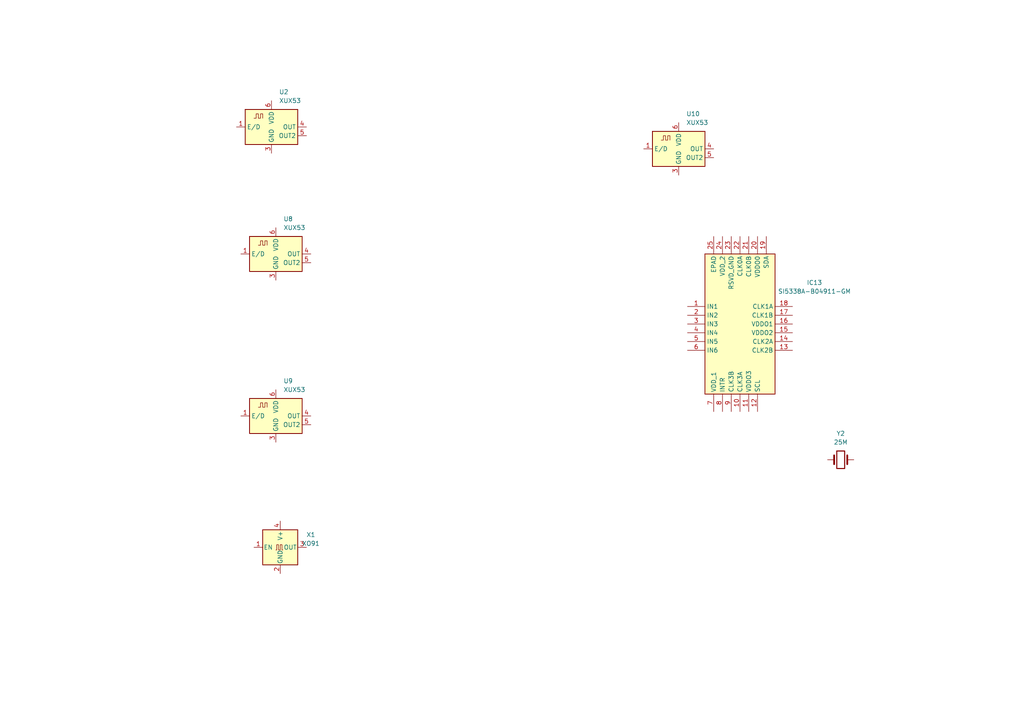
<source format=kicad_sch>
(kicad_sch (version 20231120) (generator "eeschema") (generator_version "8.0")
  (paper "A4")
  (lib_symbols
    (symbol "Device:Crystal" (pin_numbers hide) (pin_names (offset 1.016) hide)
      (property "Reference" "Y" (at 0 3.81 0))
      (property "Value" "Crystal" (at 0 -3.81 0))
      (symbol "Crystal_0_1"
        (rectangle (start -1.143 2.54) (end 1.143 -2.54) (stroke (width 0.3048)))
        (polyline (pts (xy -2.54 0) (xy -1.905 0)))
        (polyline (pts (xy -1.905 -1.27) (xy -1.905 1.27)) (stroke (width 0.508)))
        (polyline (pts (xy 1.905 -1.27) (xy 1.905 1.27)) (stroke (width 0.508)))
        (polyline (pts (xy 2.54 0) (xy 1.905 0)))
      )
      (symbol "Crystal_1_1"
        (pin passive line (at -3.81 0 0) (length 1.27) (name "1") (number "1"))
        (pin passive line (at 3.81 0 180) (length 1.27) (name "2") (number "2"))
      )
    )
    (symbol "Oscillator:XO91" (pin_names (offset 0.254))
      (property "Reference" "X" (at -5.08 6.35 0))
      (property "Value" "XO91" (at 1.27 -6.35 0))
      (symbol "XO91_0_1"
        (rectangle (start -5.08 5.08) (end 5.08 -5.08) (stroke (width 0.254)) (fill (type background)))
        (polyline (pts (xy 0.762 -0.762) (xy 0.508 -0.762) (xy 0.508 0.762) (xy 0 0.762) (xy 0 -0.762) (xy -0.508 -0.762) (xy -0.508 0.762) (xy -1.016 0.762) (xy -1.016 -0.762) (xy -1.27 -0.762)))
      )
      (symbol "XO91_1_1"
        (pin input line (at -7.62 0 0) (length 2.54) (name "EN") (number "1"))
        (pin power_in line (at 0 -7.62 90) (length 2.54) (name "GND") (number "2"))
        (pin output line (at 7.62 0 180) (length 2.54) (name "OUT") (number "3"))
        (pin power_in line (at 0 7.62 270) (length 2.54) (name "V+") (number "4"))
      )
    )
    (symbol "Oscillator:XUX53"
      (property "Reference" "U" (at -6.35 6.35 0))
      (property "Value" "XUX53" (at 5.08 6.35 0))
      (symbol "XUX53_0_1"
        (rectangle (start -7.62 5.08) (end 7.62 -5.08) (stroke (width 0.254)) (fill (type background)))
        (polyline (pts (xy -5.08 2.54) (xy -4.445 2.54) (xy -4.445 3.81) (xy -3.81 3.81) (xy -3.81 2.54) (xy -3.175 2.54) (xy -3.175 3.81) (xy -2.54 3.81) (xy -2.54 2.54)))
      )
      (symbol "XUX53_1_1"
        (pin input line (at -10.16 0 0) (length 2.54) (name "E/D") (number "1"))
        (pin no_connect line (at -7.62 -2.54 0) (length 2.54) hide (name "NC") (number "2"))
        (pin power_in line (at 0 -7.62 90) (length 2.54) (name "GND") (number "3"))
        (pin output line (at 10.16 0 180) (length 2.54) (name "OUT") (number "4"))
        (pin output line (at 10.16 -2.54 180) (length 2.54) (name "OUT2") (number "5"))
        (pin power_in line (at 0 7.62 270) (length 2.54) (name "VDD") (number "6"))
      )
    )
    (symbol "SamacSys_Parts:SI5338A-B04911-GM"
      (property "Reference" "IC" (at 26.67 20.32 0))
      (property "Value" "SI5338A-B04911-GM" (at 26.67 17.78 0))
      (symbol "SI5338A-B04911-GM_1_1"
        (rectangle (start 5.08 15.24) (end 25.4 -25.4) (stroke (width 0.254)) (fill (type background)))
        (pin passive line (at 0 0 0) (length 5.08) (name "IN1") (number "1"))
        (pin passive line (at 15.24 -30.48 90) (length 5.08) (name "CLK3A") (number "10"))
        (pin passive line (at 17.78 -30.48 90) (length 5.08) (name "VDDO3") (number "11"))
        (pin passive line (at 20.32 -30.48 90) (length 5.08) (name "SCL") (number "12"))
        (pin passive line (at 30.48 -12.7 180) (length 5.08) (name "CLK2B") (number "13"))
        (pin passive line (at 30.48 -10.16 180) (length 5.08) (name "CLK2A") (number "14"))
        (pin passive line (at 30.48 -7.62 180) (length 5.08) (name "VDDO2") (number "15"))
        (pin passive line (at 30.48 -5.08 180) (length 5.08) (name "VDDO1") (number "16"))
        (pin passive line (at 30.48 -2.54 180) (length 5.08) (name "CLK1B") (number "17"))
        (pin passive line (at 30.48 0 180) (length 5.08) (name "CLK1A") (number "18"))
        (pin passive line (at 22.86 20.32 270) (length 5.08) (name "SDA") (number "19"))
        (pin passive line (at 0 -2.54 0) (length 5.08) (name "IN2") (number "2"))
        (pin passive line (at 20.32 20.32 270) (length 5.08) (name "VDDO0") (number "20"))
        (pin passive line (at 17.78 20.32 270) (length 5.08) (name "CLK0B") (number "21"))
        (pin passive line (at 15.24 20.32 270) (length 5.08) (name "CLK0A") (number "22"))
        (pin passive line (at 12.7 20.32 270) (length 5.08) (name "RSVD_GND") (number "23"))
        (pin passive line (at 10.16 20.32 270) (length 5.08) (name "VDD_2") (number "24"))
        (pin passive line (at 7.62 20.32 270) (length 5.08) (name "EPAD") (number "25"))
        (pin passive line (at 0 -5.08 0) (length 5.08) (name "IN3") (number "3"))
        (pin passive line (at 0 -7.62 0) (length 5.08) (name "IN4") (number "4"))
        (pin passive line (at 0 -10.16 0) (length 5.08) (name "IN5") (number "5"))
        (pin passive line (at 0 -12.7 0) (length 5.08) (name "IN6") (number "6"))
        (pin passive line (at 7.62 -30.48 90) (length 5.08) (name "VDD_1") (number "7"))
        (pin passive line (at 10.16 -30.48 90) (length 5.08) (name "INTR") (number "8"))
        (pin passive line (at 12.7 -30.48 90) (length 5.08) (name "CLK3B") (number "9"))
      )
    )
  )
  (symbol (lib_id "Oscillator:XUX53") (at 80.01 73.66 0) (unit 1)
    (property "Reference" "U8" (at 82.2041 63.5 0) (effects (justify left)))
    (property "Value" "XUX53" (at 82.2041 66.04 0) (effects (justify left)))
    (property "Footprint" "Oscillator:Oscillator_SMD_IDT_JS6-6_5.0x3.2mm_P1.27mm" (effects (hide yes)))
    (property "Datasheet" "https://www.idt.com/document/dst/xu-family-datasheet" (effects (hide yes)))
  )
  (symbol (lib_id "Oscillator:XO91") (at 81.28 158.75 0) (unit 1)
    (property "Reference" "X1" (at 90.17 155.1021 0))
    (property "Value" "XO91" (at 90.17 157.6421 0))
    (property "Footprint" "Oscillator:Oscillator_SMD_EuroQuartz_XO91-4Pin_7.0x5.0mm" (effects (hide yes)))
    (property "Datasheet" "http://cdn-reichelt.de/documents/datenblatt/B400/XO91.pdf" (effects (hide yes)))
  )
  (symbol (lib_id "Oscillator:XUX53") (at 78.74 36.83 0) (unit 1)
    (property "Reference" "U2" (at 80.9341 26.67 0) (effects (justify left)))
    (property "Value" "XUX53" (at 80.9341 29.21 0) (effects (justify left)))
    (property "Footprint" "Oscillator:Oscillator_SMD_IDT_JS6-6_5.0x3.2mm_P1.27mm" (effects (hide yes)))
    (property "Datasheet" "https://www.idt.com/document/dst/xu-family-datasheet" (effects (hide yes)))
  )
  (symbol (lib_id "Oscillator:XUX53") (at 196.85 43.18 0) (unit 1)
    (property "Reference" "U10" (at 199.0441 33.02 0) (effects (justify left)))
    (property "Value" "XUX53" (at 199.0441 35.56 0) (effects (justify left)))
    (property "Footprint" "Oscillator:Oscillator_SMD_IDT_JS6-6_5.0x3.2mm_P1.27mm" (effects (hide yes)))
    (property "Datasheet" "https://www.idt.com/document/dst/xu-family-datasheet" (effects (hide yes)))
  )
  (symbol (lib_id "SamacSys_Parts:SI5338A-B04911-GM") (at 199.39 88.9 0) (unit 1)
    (property "Reference" "IC13" (at 236.22 81.9719 0))
    (property "Value" "SI5338A-B04911-GM" (at 236.22 84.5119 0))
    (property "Footprint" "QFN50P400X400X90-25N-D" (effects (hide yes)))
    (property "Datasheet" "https://www.silabs.com/documents/public/data-sheets/Si5338.pdf" (effects (hide yes)))
    (property "Height" "0.9" (effects (hide yes)))
    (property "Manufacturer_Name" "Silicon Labs" (effects (hide yes)))
    (property "Manufacturer_Part_Number" "SI5338A-B04911-GM" (effects (hide yes)))
    (property "Mouser Part Number" "634-SI5338A-B04911GM" (effects (hide yes)))
    (property "Mouser Price/Stock" "https://www.mouser.com/Search/Refine.aspx?Keyword=634-SI5338A-B04911GM" (effects (hide yes)))
    (property "Arrow Part Number" "SI5338A-B04911-GM" (effects (hide yes)))
    (property "Arrow Price/Stock" "https://www.arrow.com/en/products/si5338a-b04911-gm/silicon-labs" (effects (hide yes)))
  )
  (symbol (lib_id "Oscillator:XUX53") (at 80.01 120.65 0) (unit 1)
    (property "Reference" "U9" (at 82.2041 110.49 0) (effects (justify left)))
    (property "Value" "XUX53" (at 82.2041 113.03 0) (effects (justify left)))
    (property "Footprint" "Oscillator:Oscillator_SMD_IDT_JS6-6_5.0x3.2mm_P1.27mm" (effects (hide yes)))
    (property "Datasheet" "https://www.idt.com/document/dst/xu-family-datasheet" (effects (hide yes)))
  )
  (symbol (lib_id "Device:Crystal") (at 243.84 133.35 0) (unit 1)
    (property "Reference" "Y2" (at 243.84 125.73 0))
    (property "Value" "25M" (at 243.84 128.27 0))
    (property "Footprint" "Crystal:Crystal_SMD_EuroQuartz_MQ2-2Pin_7.0x5.0mm_HandSoldering" (effects (hide yes)))
  )
)
</source>
